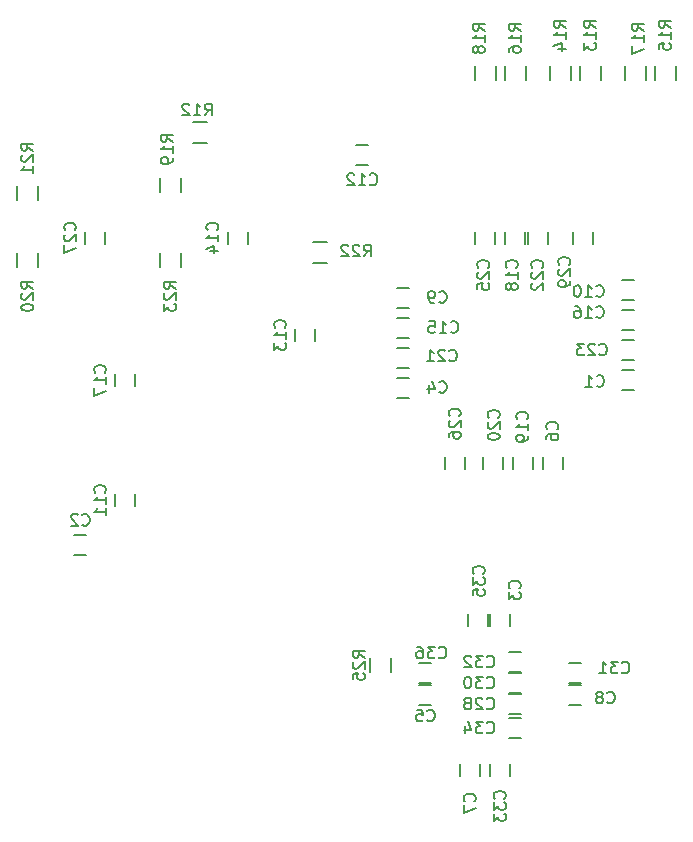
<source format=gbo>
G04 #@! TF.FileFunction,Legend,Bot*
%FSLAX46Y46*%
G04 Gerber Fmt 4.6, Leading zero omitted, Abs format (unit mm)*
G04 Created by KiCad (PCBNEW (2015-03-27 BZR 5543)-product) date Tue 31 Mar 2015 12:00:07 AM EDT*
%MOMM*%
G01*
G04 APERTURE LIST*
%ADD10C,0.100000*%
%ADD11C,0.150000*%
G04 APERTURE END LIST*
D10*
D11*
X53475000Y-38520000D02*
X54475000Y-38520000D01*
X54475000Y-40220000D02*
X53475000Y-40220000D01*
X7120000Y-52490000D02*
X8120000Y-52490000D01*
X8120000Y-54190000D02*
X7120000Y-54190000D01*
X42330000Y-60190000D02*
X42330000Y-59190000D01*
X44030000Y-59190000D02*
X44030000Y-60190000D01*
X35425000Y-40855000D02*
X34425000Y-40855000D01*
X34425000Y-39155000D02*
X35425000Y-39155000D01*
X37330000Y-66890000D02*
X36330000Y-66890000D01*
X36330000Y-65190000D02*
X37330000Y-65190000D01*
X48475000Y-45855000D02*
X48475000Y-46855000D01*
X46775000Y-46855000D02*
X46775000Y-45855000D01*
X41490000Y-71890000D02*
X41490000Y-72890000D01*
X39790000Y-72890000D02*
X39790000Y-71890000D01*
X49030000Y-65190000D02*
X50030000Y-65190000D01*
X50030000Y-66890000D02*
X49030000Y-66890000D01*
X35425000Y-33235000D02*
X34425000Y-33235000D01*
X34425000Y-31535000D02*
X35425000Y-31535000D01*
X53475000Y-30900000D02*
X54475000Y-30900000D01*
X54475000Y-32600000D02*
X53475000Y-32600000D01*
X10580000Y-50030000D02*
X10580000Y-49030000D01*
X12280000Y-49030000D02*
X12280000Y-50030000D01*
X31996000Y-21170000D02*
X30996000Y-21170000D01*
X30996000Y-19470000D02*
X31996000Y-19470000D01*
X25820000Y-36060000D02*
X25820000Y-35060000D01*
X27520000Y-35060000D02*
X27520000Y-36060000D01*
X20105000Y-27805000D02*
X20105000Y-26805000D01*
X21805000Y-26805000D02*
X21805000Y-27805000D01*
X35425000Y-35775000D02*
X34425000Y-35775000D01*
X34425000Y-34075000D02*
X35425000Y-34075000D01*
X53475000Y-33440000D02*
X54475000Y-33440000D01*
X54475000Y-35140000D02*
X53475000Y-35140000D01*
X10580000Y-39870000D02*
X10580000Y-38870000D01*
X12280000Y-38870000D02*
X12280000Y-39870000D01*
X43600000Y-27805000D02*
X43600000Y-26805000D01*
X45300000Y-26805000D02*
X45300000Y-27805000D01*
X45935000Y-45855000D02*
X45935000Y-46855000D01*
X44235000Y-46855000D02*
X44235000Y-45855000D01*
X43395000Y-45855000D02*
X43395000Y-46855000D01*
X41695000Y-46855000D02*
X41695000Y-45855000D01*
X35425000Y-38315000D02*
X34425000Y-38315000D01*
X34425000Y-36615000D02*
X35425000Y-36615000D01*
X45505000Y-27805000D02*
X45505000Y-26805000D01*
X47205000Y-26805000D02*
X47205000Y-27805000D01*
X53475000Y-35980000D02*
X54475000Y-35980000D01*
X54475000Y-37680000D02*
X53475000Y-37680000D01*
X41060000Y-27805000D02*
X41060000Y-26805000D01*
X42760000Y-26805000D02*
X42760000Y-27805000D01*
X40220000Y-45855000D02*
X40220000Y-46855000D01*
X38520000Y-46855000D02*
X38520000Y-45855000D01*
X8040000Y-27805000D02*
X8040000Y-26805000D01*
X9740000Y-26805000D02*
X9740000Y-27805000D01*
X44950000Y-67652000D02*
X43950000Y-67652000D01*
X43950000Y-65952000D02*
X44950000Y-65952000D01*
X49315000Y-27805000D02*
X49315000Y-26805000D01*
X51015000Y-26805000D02*
X51015000Y-27805000D01*
X44950000Y-65874000D02*
X43950000Y-65874000D01*
X43950000Y-64174000D02*
X44950000Y-64174000D01*
X49030000Y-63285000D02*
X50030000Y-63285000D01*
X50030000Y-64985000D02*
X49030000Y-64985000D01*
X44950000Y-64096000D02*
X43950000Y-64096000D01*
X43950000Y-62396000D02*
X44950000Y-62396000D01*
X44030000Y-71890000D02*
X44030000Y-72890000D01*
X42330000Y-72890000D02*
X42330000Y-71890000D01*
X44950000Y-69684000D02*
X43950000Y-69684000D01*
X43950000Y-67984000D02*
X44950000Y-67984000D01*
X40425000Y-60190000D02*
X40425000Y-59190000D01*
X42125000Y-59190000D02*
X42125000Y-60190000D01*
X37330000Y-64985000D02*
X36330000Y-64985000D01*
X36330000Y-63285000D02*
X37330000Y-63285000D01*
X18380000Y-17540000D02*
X17180000Y-17540000D01*
X17180000Y-19290000D02*
X18380000Y-19290000D01*
X49925000Y-12735000D02*
X49925000Y-13935000D01*
X51675000Y-13935000D02*
X51675000Y-12735000D01*
X47385000Y-12735000D02*
X47385000Y-13935000D01*
X49135000Y-13935000D02*
X49135000Y-12735000D01*
X56275000Y-12735000D02*
X56275000Y-13935000D01*
X58025000Y-13935000D02*
X58025000Y-12735000D01*
X43575000Y-12735000D02*
X43575000Y-13935000D01*
X45325000Y-13935000D02*
X45325000Y-12735000D01*
X53735000Y-12735000D02*
X53735000Y-13935000D01*
X55485000Y-13935000D02*
X55485000Y-12735000D01*
X41035000Y-12735000D02*
X41035000Y-13935000D01*
X42785000Y-13935000D02*
X42785000Y-12735000D01*
X14365000Y-22260000D02*
X14365000Y-23460000D01*
X16115000Y-23460000D02*
X16115000Y-22260000D01*
X2300000Y-28610000D02*
X2300000Y-29810000D01*
X4050000Y-29810000D02*
X4050000Y-28610000D01*
X4050000Y-24095000D02*
X4050000Y-22895000D01*
X2300000Y-22895000D02*
X2300000Y-24095000D01*
X28540000Y-27700000D02*
X27340000Y-27700000D01*
X27340000Y-29450000D02*
X28540000Y-29450000D01*
X14365000Y-28610000D02*
X14365000Y-29810000D01*
X16115000Y-29810000D02*
X16115000Y-28610000D01*
X32145000Y-62900000D02*
X32145000Y-64100000D01*
X33895000Y-64100000D02*
X33895000Y-62900000D01*
X51347666Y-39854143D02*
X51395285Y-39901762D01*
X51538142Y-39949381D01*
X51633380Y-39949381D01*
X51776238Y-39901762D01*
X51871476Y-39806524D01*
X51919095Y-39711286D01*
X51966714Y-39520810D01*
X51966714Y-39377952D01*
X51919095Y-39187476D01*
X51871476Y-39092238D01*
X51776238Y-38997000D01*
X51633380Y-38949381D01*
X51538142Y-38949381D01*
X51395285Y-38997000D01*
X51347666Y-39044619D01*
X50395285Y-39949381D02*
X50966714Y-39949381D01*
X50681000Y-39949381D02*
X50681000Y-38949381D01*
X50776238Y-39092238D01*
X50871476Y-39187476D01*
X50966714Y-39235095D01*
X7786666Y-51597143D02*
X7834285Y-51644762D01*
X7977142Y-51692381D01*
X8072380Y-51692381D01*
X8215238Y-51644762D01*
X8310476Y-51549524D01*
X8358095Y-51454286D01*
X8405714Y-51263810D01*
X8405714Y-51120952D01*
X8358095Y-50930476D01*
X8310476Y-50835238D01*
X8215238Y-50740000D01*
X8072380Y-50692381D01*
X7977142Y-50692381D01*
X7834285Y-50740000D01*
X7786666Y-50787619D01*
X7405714Y-50787619D02*
X7358095Y-50740000D01*
X7262857Y-50692381D01*
X7024761Y-50692381D01*
X6929523Y-50740000D01*
X6881904Y-50787619D01*
X6834285Y-50882857D01*
X6834285Y-50978095D01*
X6881904Y-51120952D01*
X7453333Y-51692381D01*
X6834285Y-51692381D01*
X44807143Y-56983334D02*
X44854762Y-56935715D01*
X44902381Y-56792858D01*
X44902381Y-56697620D01*
X44854762Y-56554762D01*
X44759524Y-56459524D01*
X44664286Y-56411905D01*
X44473810Y-56364286D01*
X44330952Y-56364286D01*
X44140476Y-56411905D01*
X44045238Y-56459524D01*
X43950000Y-56554762D01*
X43902381Y-56697620D01*
X43902381Y-56792858D01*
X43950000Y-56935715D01*
X43997619Y-56983334D01*
X43902381Y-57316667D02*
X43902381Y-57935715D01*
X44283333Y-57602381D01*
X44283333Y-57745239D01*
X44330952Y-57840477D01*
X44378571Y-57888096D01*
X44473810Y-57935715D01*
X44711905Y-57935715D01*
X44807143Y-57888096D01*
X44854762Y-57840477D01*
X44902381Y-57745239D01*
X44902381Y-57459524D01*
X44854762Y-57364286D01*
X44807143Y-57316667D01*
X38012666Y-40362143D02*
X38060285Y-40409762D01*
X38203142Y-40457381D01*
X38298380Y-40457381D01*
X38441238Y-40409762D01*
X38536476Y-40314524D01*
X38584095Y-40219286D01*
X38631714Y-40028810D01*
X38631714Y-39885952D01*
X38584095Y-39695476D01*
X38536476Y-39600238D01*
X38441238Y-39505000D01*
X38298380Y-39457381D01*
X38203142Y-39457381D01*
X38060285Y-39505000D01*
X38012666Y-39552619D01*
X37155523Y-39790714D02*
X37155523Y-40457381D01*
X37393619Y-39409762D02*
X37631714Y-40124048D01*
X37012666Y-40124048D01*
X36996666Y-68175143D02*
X37044285Y-68222762D01*
X37187142Y-68270381D01*
X37282380Y-68270381D01*
X37425238Y-68222762D01*
X37520476Y-68127524D01*
X37568095Y-68032286D01*
X37615714Y-67841810D01*
X37615714Y-67698952D01*
X37568095Y-67508476D01*
X37520476Y-67413238D01*
X37425238Y-67318000D01*
X37282380Y-67270381D01*
X37187142Y-67270381D01*
X37044285Y-67318000D01*
X36996666Y-67365619D01*
X36091904Y-67270381D02*
X36568095Y-67270381D01*
X36615714Y-67746571D01*
X36568095Y-67698952D01*
X36472857Y-67651333D01*
X36234761Y-67651333D01*
X36139523Y-67698952D01*
X36091904Y-67746571D01*
X36044285Y-67841810D01*
X36044285Y-68079905D01*
X36091904Y-68175143D01*
X36139523Y-68222762D01*
X36234761Y-68270381D01*
X36472857Y-68270381D01*
X36568095Y-68222762D01*
X36615714Y-68175143D01*
X47982143Y-43521334D02*
X48029762Y-43473715D01*
X48077381Y-43330858D01*
X48077381Y-43235620D01*
X48029762Y-43092762D01*
X47934524Y-42997524D01*
X47839286Y-42949905D01*
X47648810Y-42902286D01*
X47505952Y-42902286D01*
X47315476Y-42949905D01*
X47220238Y-42997524D01*
X47125000Y-43092762D01*
X47077381Y-43235620D01*
X47077381Y-43330858D01*
X47125000Y-43473715D01*
X47172619Y-43521334D01*
X47077381Y-44378477D02*
X47077381Y-44188000D01*
X47125000Y-44092762D01*
X47172619Y-44045143D01*
X47315476Y-43949905D01*
X47505952Y-43902286D01*
X47886905Y-43902286D01*
X47982143Y-43949905D01*
X48029762Y-43997524D01*
X48077381Y-44092762D01*
X48077381Y-44283239D01*
X48029762Y-44378477D01*
X47982143Y-44426096D01*
X47886905Y-44473715D01*
X47648810Y-44473715D01*
X47553571Y-44426096D01*
X47505952Y-44378477D01*
X47458333Y-44283239D01*
X47458333Y-44092762D01*
X47505952Y-43997524D01*
X47553571Y-43949905D01*
X47648810Y-43902286D01*
X40997143Y-75017334D02*
X41044762Y-74969715D01*
X41092381Y-74826858D01*
X41092381Y-74731620D01*
X41044762Y-74588762D01*
X40949524Y-74493524D01*
X40854286Y-74445905D01*
X40663810Y-74398286D01*
X40520952Y-74398286D01*
X40330476Y-74445905D01*
X40235238Y-74493524D01*
X40140000Y-74588762D01*
X40092381Y-74731620D01*
X40092381Y-74826858D01*
X40140000Y-74969715D01*
X40187619Y-75017334D01*
X40092381Y-75350667D02*
X40092381Y-76017334D01*
X41092381Y-75588762D01*
X52236666Y-66651143D02*
X52284285Y-66698762D01*
X52427142Y-66746381D01*
X52522380Y-66746381D01*
X52665238Y-66698762D01*
X52760476Y-66603524D01*
X52808095Y-66508286D01*
X52855714Y-66317810D01*
X52855714Y-66174952D01*
X52808095Y-65984476D01*
X52760476Y-65889238D01*
X52665238Y-65794000D01*
X52522380Y-65746381D01*
X52427142Y-65746381D01*
X52284285Y-65794000D01*
X52236666Y-65841619D01*
X51665238Y-66174952D02*
X51760476Y-66127333D01*
X51808095Y-66079714D01*
X51855714Y-65984476D01*
X51855714Y-65936857D01*
X51808095Y-65841619D01*
X51760476Y-65794000D01*
X51665238Y-65746381D01*
X51474761Y-65746381D01*
X51379523Y-65794000D01*
X51331904Y-65841619D01*
X51284285Y-65936857D01*
X51284285Y-65984476D01*
X51331904Y-66079714D01*
X51379523Y-66127333D01*
X51474761Y-66174952D01*
X51665238Y-66174952D01*
X51760476Y-66222571D01*
X51808095Y-66270190D01*
X51855714Y-66365429D01*
X51855714Y-66555905D01*
X51808095Y-66651143D01*
X51760476Y-66698762D01*
X51665238Y-66746381D01*
X51474761Y-66746381D01*
X51379523Y-66698762D01*
X51331904Y-66651143D01*
X51284285Y-66555905D01*
X51284285Y-66365429D01*
X51331904Y-66270190D01*
X51379523Y-66222571D01*
X51474761Y-66174952D01*
X38012666Y-32742143D02*
X38060285Y-32789762D01*
X38203142Y-32837381D01*
X38298380Y-32837381D01*
X38441238Y-32789762D01*
X38536476Y-32694524D01*
X38584095Y-32599286D01*
X38631714Y-32408810D01*
X38631714Y-32265952D01*
X38584095Y-32075476D01*
X38536476Y-31980238D01*
X38441238Y-31885000D01*
X38298380Y-31837381D01*
X38203142Y-31837381D01*
X38060285Y-31885000D01*
X38012666Y-31932619D01*
X37536476Y-32837381D02*
X37346000Y-32837381D01*
X37250761Y-32789762D01*
X37203142Y-32742143D01*
X37107904Y-32599286D01*
X37060285Y-32408810D01*
X37060285Y-32027857D01*
X37107904Y-31932619D01*
X37155523Y-31885000D01*
X37250761Y-31837381D01*
X37441238Y-31837381D01*
X37536476Y-31885000D01*
X37584095Y-31932619D01*
X37631714Y-32027857D01*
X37631714Y-32265952D01*
X37584095Y-32361190D01*
X37536476Y-32408810D01*
X37441238Y-32456429D01*
X37250761Y-32456429D01*
X37155523Y-32408810D01*
X37107904Y-32361190D01*
X37060285Y-32265952D01*
X51315857Y-32234143D02*
X51363476Y-32281762D01*
X51506333Y-32329381D01*
X51601571Y-32329381D01*
X51744429Y-32281762D01*
X51839667Y-32186524D01*
X51887286Y-32091286D01*
X51934905Y-31900810D01*
X51934905Y-31757952D01*
X51887286Y-31567476D01*
X51839667Y-31472238D01*
X51744429Y-31377000D01*
X51601571Y-31329381D01*
X51506333Y-31329381D01*
X51363476Y-31377000D01*
X51315857Y-31424619D01*
X50363476Y-32329381D02*
X50934905Y-32329381D01*
X50649191Y-32329381D02*
X50649191Y-31329381D01*
X50744429Y-31472238D01*
X50839667Y-31567476D01*
X50934905Y-31615095D01*
X49744429Y-31329381D02*
X49649190Y-31329381D01*
X49553952Y-31377000D01*
X49506333Y-31424619D01*
X49458714Y-31519857D01*
X49411095Y-31710333D01*
X49411095Y-31948429D01*
X49458714Y-32138905D01*
X49506333Y-32234143D01*
X49553952Y-32281762D01*
X49649190Y-32329381D01*
X49744429Y-32329381D01*
X49839667Y-32281762D01*
X49887286Y-32234143D01*
X49934905Y-32138905D01*
X49982524Y-31948429D01*
X49982524Y-31710333D01*
X49934905Y-31519857D01*
X49887286Y-31424619D01*
X49839667Y-31377000D01*
X49744429Y-31329381D01*
X9687143Y-48887143D02*
X9734762Y-48839524D01*
X9782381Y-48696667D01*
X9782381Y-48601429D01*
X9734762Y-48458571D01*
X9639524Y-48363333D01*
X9544286Y-48315714D01*
X9353810Y-48268095D01*
X9210952Y-48268095D01*
X9020476Y-48315714D01*
X8925238Y-48363333D01*
X8830000Y-48458571D01*
X8782381Y-48601429D01*
X8782381Y-48696667D01*
X8830000Y-48839524D01*
X8877619Y-48887143D01*
X9782381Y-49839524D02*
X9782381Y-49268095D01*
X9782381Y-49553809D02*
X8782381Y-49553809D01*
X8925238Y-49458571D01*
X9020476Y-49363333D01*
X9068095Y-49268095D01*
X9782381Y-50791905D02*
X9782381Y-50220476D01*
X9782381Y-50506190D02*
X8782381Y-50506190D01*
X8925238Y-50410952D01*
X9020476Y-50315714D01*
X9068095Y-50220476D01*
X32138857Y-22777143D02*
X32186476Y-22824762D01*
X32329333Y-22872381D01*
X32424571Y-22872381D01*
X32567429Y-22824762D01*
X32662667Y-22729524D01*
X32710286Y-22634286D01*
X32757905Y-22443810D01*
X32757905Y-22300952D01*
X32710286Y-22110476D01*
X32662667Y-22015238D01*
X32567429Y-21920000D01*
X32424571Y-21872381D01*
X32329333Y-21872381D01*
X32186476Y-21920000D01*
X32138857Y-21967619D01*
X31186476Y-22872381D02*
X31757905Y-22872381D01*
X31472191Y-22872381D02*
X31472191Y-21872381D01*
X31567429Y-22015238D01*
X31662667Y-22110476D01*
X31757905Y-22158095D01*
X30805524Y-21967619D02*
X30757905Y-21920000D01*
X30662667Y-21872381D01*
X30424571Y-21872381D01*
X30329333Y-21920000D01*
X30281714Y-21967619D01*
X30234095Y-22062857D01*
X30234095Y-22158095D01*
X30281714Y-22300952D01*
X30853143Y-22872381D01*
X30234095Y-22872381D01*
X24927143Y-34917143D02*
X24974762Y-34869524D01*
X25022381Y-34726667D01*
X25022381Y-34631429D01*
X24974762Y-34488571D01*
X24879524Y-34393333D01*
X24784286Y-34345714D01*
X24593810Y-34298095D01*
X24450952Y-34298095D01*
X24260476Y-34345714D01*
X24165238Y-34393333D01*
X24070000Y-34488571D01*
X24022381Y-34631429D01*
X24022381Y-34726667D01*
X24070000Y-34869524D01*
X24117619Y-34917143D01*
X25022381Y-35869524D02*
X25022381Y-35298095D01*
X25022381Y-35583809D02*
X24022381Y-35583809D01*
X24165238Y-35488571D01*
X24260476Y-35393333D01*
X24308095Y-35298095D01*
X24022381Y-36202857D02*
X24022381Y-36821905D01*
X24403333Y-36488571D01*
X24403333Y-36631429D01*
X24450952Y-36726667D01*
X24498571Y-36774286D01*
X24593810Y-36821905D01*
X24831905Y-36821905D01*
X24927143Y-36774286D01*
X24974762Y-36726667D01*
X25022381Y-36631429D01*
X25022381Y-36345714D01*
X24974762Y-36250476D01*
X24927143Y-36202857D01*
X19212143Y-26662143D02*
X19259762Y-26614524D01*
X19307381Y-26471667D01*
X19307381Y-26376429D01*
X19259762Y-26233571D01*
X19164524Y-26138333D01*
X19069286Y-26090714D01*
X18878810Y-26043095D01*
X18735952Y-26043095D01*
X18545476Y-26090714D01*
X18450238Y-26138333D01*
X18355000Y-26233571D01*
X18307381Y-26376429D01*
X18307381Y-26471667D01*
X18355000Y-26614524D01*
X18402619Y-26662143D01*
X19307381Y-27614524D02*
X19307381Y-27043095D01*
X19307381Y-27328809D02*
X18307381Y-27328809D01*
X18450238Y-27233571D01*
X18545476Y-27138333D01*
X18593095Y-27043095D01*
X18640714Y-28471667D02*
X19307381Y-28471667D01*
X18259762Y-28233571D02*
X18974048Y-27995476D01*
X18974048Y-28614524D01*
X38996857Y-35282143D02*
X39044476Y-35329762D01*
X39187333Y-35377381D01*
X39282571Y-35377381D01*
X39425429Y-35329762D01*
X39520667Y-35234524D01*
X39568286Y-35139286D01*
X39615905Y-34948810D01*
X39615905Y-34805952D01*
X39568286Y-34615476D01*
X39520667Y-34520238D01*
X39425429Y-34425000D01*
X39282571Y-34377381D01*
X39187333Y-34377381D01*
X39044476Y-34425000D01*
X38996857Y-34472619D01*
X38044476Y-35377381D02*
X38615905Y-35377381D01*
X38330191Y-35377381D02*
X38330191Y-34377381D01*
X38425429Y-34520238D01*
X38520667Y-34615476D01*
X38615905Y-34663095D01*
X37139714Y-34377381D02*
X37615905Y-34377381D01*
X37663524Y-34853571D01*
X37615905Y-34805952D01*
X37520667Y-34758333D01*
X37282571Y-34758333D01*
X37187333Y-34805952D01*
X37139714Y-34853571D01*
X37092095Y-34948810D01*
X37092095Y-35186905D01*
X37139714Y-35282143D01*
X37187333Y-35329762D01*
X37282571Y-35377381D01*
X37520667Y-35377381D01*
X37615905Y-35329762D01*
X37663524Y-35282143D01*
X51315857Y-34012143D02*
X51363476Y-34059762D01*
X51506333Y-34107381D01*
X51601571Y-34107381D01*
X51744429Y-34059762D01*
X51839667Y-33964524D01*
X51887286Y-33869286D01*
X51934905Y-33678810D01*
X51934905Y-33535952D01*
X51887286Y-33345476D01*
X51839667Y-33250238D01*
X51744429Y-33155000D01*
X51601571Y-33107381D01*
X51506333Y-33107381D01*
X51363476Y-33155000D01*
X51315857Y-33202619D01*
X50363476Y-34107381D02*
X50934905Y-34107381D01*
X50649191Y-34107381D02*
X50649191Y-33107381D01*
X50744429Y-33250238D01*
X50839667Y-33345476D01*
X50934905Y-33393095D01*
X49506333Y-33107381D02*
X49696810Y-33107381D01*
X49792048Y-33155000D01*
X49839667Y-33202619D01*
X49934905Y-33345476D01*
X49982524Y-33535952D01*
X49982524Y-33916905D01*
X49934905Y-34012143D01*
X49887286Y-34059762D01*
X49792048Y-34107381D01*
X49601571Y-34107381D01*
X49506333Y-34059762D01*
X49458714Y-34012143D01*
X49411095Y-33916905D01*
X49411095Y-33678810D01*
X49458714Y-33583571D01*
X49506333Y-33535952D01*
X49601571Y-33488333D01*
X49792048Y-33488333D01*
X49887286Y-33535952D01*
X49934905Y-33583571D01*
X49982524Y-33678810D01*
X9687143Y-38727143D02*
X9734762Y-38679524D01*
X9782381Y-38536667D01*
X9782381Y-38441429D01*
X9734762Y-38298571D01*
X9639524Y-38203333D01*
X9544286Y-38155714D01*
X9353810Y-38108095D01*
X9210952Y-38108095D01*
X9020476Y-38155714D01*
X8925238Y-38203333D01*
X8830000Y-38298571D01*
X8782381Y-38441429D01*
X8782381Y-38536667D01*
X8830000Y-38679524D01*
X8877619Y-38727143D01*
X9782381Y-39679524D02*
X9782381Y-39108095D01*
X9782381Y-39393809D02*
X8782381Y-39393809D01*
X8925238Y-39298571D01*
X9020476Y-39203333D01*
X9068095Y-39108095D01*
X8782381Y-40012857D02*
X8782381Y-40679524D01*
X9782381Y-40250952D01*
X44553143Y-29837143D02*
X44600762Y-29789524D01*
X44648381Y-29646667D01*
X44648381Y-29551429D01*
X44600762Y-29408571D01*
X44505524Y-29313333D01*
X44410286Y-29265714D01*
X44219810Y-29218095D01*
X44076952Y-29218095D01*
X43886476Y-29265714D01*
X43791238Y-29313333D01*
X43696000Y-29408571D01*
X43648381Y-29551429D01*
X43648381Y-29646667D01*
X43696000Y-29789524D01*
X43743619Y-29837143D01*
X44648381Y-30789524D02*
X44648381Y-30218095D01*
X44648381Y-30503809D02*
X43648381Y-30503809D01*
X43791238Y-30408571D01*
X43886476Y-30313333D01*
X43934095Y-30218095D01*
X44076952Y-31360952D02*
X44029333Y-31265714D01*
X43981714Y-31218095D01*
X43886476Y-31170476D01*
X43838857Y-31170476D01*
X43743619Y-31218095D01*
X43696000Y-31265714D01*
X43648381Y-31360952D01*
X43648381Y-31551429D01*
X43696000Y-31646667D01*
X43743619Y-31694286D01*
X43838857Y-31741905D01*
X43886476Y-31741905D01*
X43981714Y-31694286D01*
X44029333Y-31646667D01*
X44076952Y-31551429D01*
X44076952Y-31360952D01*
X44124571Y-31265714D01*
X44172190Y-31218095D01*
X44267429Y-31170476D01*
X44457905Y-31170476D01*
X44553143Y-31218095D01*
X44600762Y-31265714D01*
X44648381Y-31360952D01*
X44648381Y-31551429D01*
X44600762Y-31646667D01*
X44553143Y-31694286D01*
X44457905Y-31741905D01*
X44267429Y-31741905D01*
X44172190Y-31694286D01*
X44124571Y-31646667D01*
X44076952Y-31551429D01*
X45442143Y-42664143D02*
X45489762Y-42616524D01*
X45537381Y-42473667D01*
X45537381Y-42378429D01*
X45489762Y-42235571D01*
X45394524Y-42140333D01*
X45299286Y-42092714D01*
X45108810Y-42045095D01*
X44965952Y-42045095D01*
X44775476Y-42092714D01*
X44680238Y-42140333D01*
X44585000Y-42235571D01*
X44537381Y-42378429D01*
X44537381Y-42473667D01*
X44585000Y-42616524D01*
X44632619Y-42664143D01*
X45537381Y-43616524D02*
X45537381Y-43045095D01*
X45537381Y-43330809D02*
X44537381Y-43330809D01*
X44680238Y-43235571D01*
X44775476Y-43140333D01*
X44823095Y-43045095D01*
X45537381Y-44092714D02*
X45537381Y-44283190D01*
X45489762Y-44378429D01*
X45442143Y-44426048D01*
X45299286Y-44521286D01*
X45108810Y-44568905D01*
X44727857Y-44568905D01*
X44632619Y-44521286D01*
X44585000Y-44473667D01*
X44537381Y-44378429D01*
X44537381Y-44187952D01*
X44585000Y-44092714D01*
X44632619Y-44045095D01*
X44727857Y-43997476D01*
X44965952Y-43997476D01*
X45061190Y-44045095D01*
X45108810Y-44092714D01*
X45156429Y-44187952D01*
X45156429Y-44378429D01*
X45108810Y-44473667D01*
X45061190Y-44521286D01*
X44965952Y-44568905D01*
X43029143Y-42537143D02*
X43076762Y-42489524D01*
X43124381Y-42346667D01*
X43124381Y-42251429D01*
X43076762Y-42108571D01*
X42981524Y-42013333D01*
X42886286Y-41965714D01*
X42695810Y-41918095D01*
X42552952Y-41918095D01*
X42362476Y-41965714D01*
X42267238Y-42013333D01*
X42172000Y-42108571D01*
X42124381Y-42251429D01*
X42124381Y-42346667D01*
X42172000Y-42489524D01*
X42219619Y-42537143D01*
X42219619Y-42918095D02*
X42172000Y-42965714D01*
X42124381Y-43060952D01*
X42124381Y-43299048D01*
X42172000Y-43394286D01*
X42219619Y-43441905D01*
X42314857Y-43489524D01*
X42410095Y-43489524D01*
X42552952Y-43441905D01*
X43124381Y-42870476D01*
X43124381Y-43489524D01*
X42124381Y-44108571D02*
X42124381Y-44203810D01*
X42172000Y-44299048D01*
X42219619Y-44346667D01*
X42314857Y-44394286D01*
X42505333Y-44441905D01*
X42743429Y-44441905D01*
X42933905Y-44394286D01*
X43029143Y-44346667D01*
X43076762Y-44299048D01*
X43124381Y-44203810D01*
X43124381Y-44108571D01*
X43076762Y-44013333D01*
X43029143Y-43965714D01*
X42933905Y-43918095D01*
X42743429Y-43870476D01*
X42505333Y-43870476D01*
X42314857Y-43918095D01*
X42219619Y-43965714D01*
X42172000Y-44013333D01*
X42124381Y-44108571D01*
X38869857Y-37695143D02*
X38917476Y-37742762D01*
X39060333Y-37790381D01*
X39155571Y-37790381D01*
X39298429Y-37742762D01*
X39393667Y-37647524D01*
X39441286Y-37552286D01*
X39488905Y-37361810D01*
X39488905Y-37218952D01*
X39441286Y-37028476D01*
X39393667Y-36933238D01*
X39298429Y-36838000D01*
X39155571Y-36790381D01*
X39060333Y-36790381D01*
X38917476Y-36838000D01*
X38869857Y-36885619D01*
X38488905Y-36885619D02*
X38441286Y-36838000D01*
X38346048Y-36790381D01*
X38107952Y-36790381D01*
X38012714Y-36838000D01*
X37965095Y-36885619D01*
X37917476Y-36980857D01*
X37917476Y-37076095D01*
X37965095Y-37218952D01*
X38536524Y-37790381D01*
X37917476Y-37790381D01*
X36965095Y-37790381D02*
X37536524Y-37790381D01*
X37250810Y-37790381D02*
X37250810Y-36790381D01*
X37346048Y-36933238D01*
X37441286Y-37028476D01*
X37536524Y-37076095D01*
X46712143Y-29837143D02*
X46759762Y-29789524D01*
X46807381Y-29646667D01*
X46807381Y-29551429D01*
X46759762Y-29408571D01*
X46664524Y-29313333D01*
X46569286Y-29265714D01*
X46378810Y-29218095D01*
X46235952Y-29218095D01*
X46045476Y-29265714D01*
X45950238Y-29313333D01*
X45855000Y-29408571D01*
X45807381Y-29551429D01*
X45807381Y-29646667D01*
X45855000Y-29789524D01*
X45902619Y-29837143D01*
X45902619Y-30218095D02*
X45855000Y-30265714D01*
X45807381Y-30360952D01*
X45807381Y-30599048D01*
X45855000Y-30694286D01*
X45902619Y-30741905D01*
X45997857Y-30789524D01*
X46093095Y-30789524D01*
X46235952Y-30741905D01*
X46807381Y-30170476D01*
X46807381Y-30789524D01*
X45902619Y-31170476D02*
X45855000Y-31218095D01*
X45807381Y-31313333D01*
X45807381Y-31551429D01*
X45855000Y-31646667D01*
X45902619Y-31694286D01*
X45997857Y-31741905D01*
X46093095Y-31741905D01*
X46235952Y-31694286D01*
X46807381Y-31122857D01*
X46807381Y-31741905D01*
X51569857Y-37187143D02*
X51617476Y-37234762D01*
X51760333Y-37282381D01*
X51855571Y-37282381D01*
X51998429Y-37234762D01*
X52093667Y-37139524D01*
X52141286Y-37044286D01*
X52188905Y-36853810D01*
X52188905Y-36710952D01*
X52141286Y-36520476D01*
X52093667Y-36425238D01*
X51998429Y-36330000D01*
X51855571Y-36282381D01*
X51760333Y-36282381D01*
X51617476Y-36330000D01*
X51569857Y-36377619D01*
X51188905Y-36377619D02*
X51141286Y-36330000D01*
X51046048Y-36282381D01*
X50807952Y-36282381D01*
X50712714Y-36330000D01*
X50665095Y-36377619D01*
X50617476Y-36472857D01*
X50617476Y-36568095D01*
X50665095Y-36710952D01*
X51236524Y-37282381D01*
X50617476Y-37282381D01*
X50284143Y-36282381D02*
X49665095Y-36282381D01*
X49998429Y-36663333D01*
X49855571Y-36663333D01*
X49760333Y-36710952D01*
X49712714Y-36758571D01*
X49665095Y-36853810D01*
X49665095Y-37091905D01*
X49712714Y-37187143D01*
X49760333Y-37234762D01*
X49855571Y-37282381D01*
X50141286Y-37282381D01*
X50236524Y-37234762D01*
X50284143Y-37187143D01*
X42140143Y-29837143D02*
X42187762Y-29789524D01*
X42235381Y-29646667D01*
X42235381Y-29551429D01*
X42187762Y-29408571D01*
X42092524Y-29313333D01*
X41997286Y-29265714D01*
X41806810Y-29218095D01*
X41663952Y-29218095D01*
X41473476Y-29265714D01*
X41378238Y-29313333D01*
X41283000Y-29408571D01*
X41235381Y-29551429D01*
X41235381Y-29646667D01*
X41283000Y-29789524D01*
X41330619Y-29837143D01*
X41330619Y-30218095D02*
X41283000Y-30265714D01*
X41235381Y-30360952D01*
X41235381Y-30599048D01*
X41283000Y-30694286D01*
X41330619Y-30741905D01*
X41425857Y-30789524D01*
X41521095Y-30789524D01*
X41663952Y-30741905D01*
X42235381Y-30170476D01*
X42235381Y-30789524D01*
X41235381Y-31694286D02*
X41235381Y-31218095D01*
X41711571Y-31170476D01*
X41663952Y-31218095D01*
X41616333Y-31313333D01*
X41616333Y-31551429D01*
X41663952Y-31646667D01*
X41711571Y-31694286D01*
X41806810Y-31741905D01*
X42044905Y-31741905D01*
X42140143Y-31694286D01*
X42187762Y-31646667D01*
X42235381Y-31551429D01*
X42235381Y-31313333D01*
X42187762Y-31218095D01*
X42140143Y-31170476D01*
X39727143Y-42410143D02*
X39774762Y-42362524D01*
X39822381Y-42219667D01*
X39822381Y-42124429D01*
X39774762Y-41981571D01*
X39679524Y-41886333D01*
X39584286Y-41838714D01*
X39393810Y-41791095D01*
X39250952Y-41791095D01*
X39060476Y-41838714D01*
X38965238Y-41886333D01*
X38870000Y-41981571D01*
X38822381Y-42124429D01*
X38822381Y-42219667D01*
X38870000Y-42362524D01*
X38917619Y-42410143D01*
X38917619Y-42791095D02*
X38870000Y-42838714D01*
X38822381Y-42933952D01*
X38822381Y-43172048D01*
X38870000Y-43267286D01*
X38917619Y-43314905D01*
X39012857Y-43362524D01*
X39108095Y-43362524D01*
X39250952Y-43314905D01*
X39822381Y-42743476D01*
X39822381Y-43362524D01*
X38822381Y-44219667D02*
X38822381Y-44029190D01*
X38870000Y-43933952D01*
X38917619Y-43886333D01*
X39060476Y-43791095D01*
X39250952Y-43743476D01*
X39631905Y-43743476D01*
X39727143Y-43791095D01*
X39774762Y-43838714D01*
X39822381Y-43933952D01*
X39822381Y-44124429D01*
X39774762Y-44219667D01*
X39727143Y-44267286D01*
X39631905Y-44314905D01*
X39393810Y-44314905D01*
X39298571Y-44267286D01*
X39250952Y-44219667D01*
X39203333Y-44124429D01*
X39203333Y-43933952D01*
X39250952Y-43838714D01*
X39298571Y-43791095D01*
X39393810Y-43743476D01*
X7147143Y-26662143D02*
X7194762Y-26614524D01*
X7242381Y-26471667D01*
X7242381Y-26376429D01*
X7194762Y-26233571D01*
X7099524Y-26138333D01*
X7004286Y-26090714D01*
X6813810Y-26043095D01*
X6670952Y-26043095D01*
X6480476Y-26090714D01*
X6385238Y-26138333D01*
X6290000Y-26233571D01*
X6242381Y-26376429D01*
X6242381Y-26471667D01*
X6290000Y-26614524D01*
X6337619Y-26662143D01*
X6337619Y-27043095D02*
X6290000Y-27090714D01*
X6242381Y-27185952D01*
X6242381Y-27424048D01*
X6290000Y-27519286D01*
X6337619Y-27566905D01*
X6432857Y-27614524D01*
X6528095Y-27614524D01*
X6670952Y-27566905D01*
X7242381Y-26995476D01*
X7242381Y-27614524D01*
X6242381Y-27947857D02*
X6242381Y-28614524D01*
X7242381Y-28185952D01*
X42044857Y-67159143D02*
X42092476Y-67206762D01*
X42235333Y-67254381D01*
X42330571Y-67254381D01*
X42473429Y-67206762D01*
X42568667Y-67111524D01*
X42616286Y-67016286D01*
X42663905Y-66825810D01*
X42663905Y-66682952D01*
X42616286Y-66492476D01*
X42568667Y-66397238D01*
X42473429Y-66302000D01*
X42330571Y-66254381D01*
X42235333Y-66254381D01*
X42092476Y-66302000D01*
X42044857Y-66349619D01*
X41663905Y-66349619D02*
X41616286Y-66302000D01*
X41521048Y-66254381D01*
X41282952Y-66254381D01*
X41187714Y-66302000D01*
X41140095Y-66349619D01*
X41092476Y-66444857D01*
X41092476Y-66540095D01*
X41140095Y-66682952D01*
X41711524Y-67254381D01*
X41092476Y-67254381D01*
X40521048Y-66682952D02*
X40616286Y-66635333D01*
X40663905Y-66587714D01*
X40711524Y-66492476D01*
X40711524Y-66444857D01*
X40663905Y-66349619D01*
X40616286Y-66302000D01*
X40521048Y-66254381D01*
X40330571Y-66254381D01*
X40235333Y-66302000D01*
X40187714Y-66349619D01*
X40140095Y-66444857D01*
X40140095Y-66492476D01*
X40187714Y-66587714D01*
X40235333Y-66635333D01*
X40330571Y-66682952D01*
X40521048Y-66682952D01*
X40616286Y-66730571D01*
X40663905Y-66778190D01*
X40711524Y-66873429D01*
X40711524Y-67063905D01*
X40663905Y-67159143D01*
X40616286Y-67206762D01*
X40521048Y-67254381D01*
X40330571Y-67254381D01*
X40235333Y-67206762D01*
X40187714Y-67159143D01*
X40140095Y-67063905D01*
X40140095Y-66873429D01*
X40187714Y-66778190D01*
X40235333Y-66730571D01*
X40330571Y-66682952D01*
X48998143Y-29583143D02*
X49045762Y-29535524D01*
X49093381Y-29392667D01*
X49093381Y-29297429D01*
X49045762Y-29154571D01*
X48950524Y-29059333D01*
X48855286Y-29011714D01*
X48664810Y-28964095D01*
X48521952Y-28964095D01*
X48331476Y-29011714D01*
X48236238Y-29059333D01*
X48141000Y-29154571D01*
X48093381Y-29297429D01*
X48093381Y-29392667D01*
X48141000Y-29535524D01*
X48188619Y-29583143D01*
X48188619Y-29964095D02*
X48141000Y-30011714D01*
X48093381Y-30106952D01*
X48093381Y-30345048D01*
X48141000Y-30440286D01*
X48188619Y-30487905D01*
X48283857Y-30535524D01*
X48379095Y-30535524D01*
X48521952Y-30487905D01*
X49093381Y-29916476D01*
X49093381Y-30535524D01*
X49093381Y-31011714D02*
X49093381Y-31202190D01*
X49045762Y-31297429D01*
X48998143Y-31345048D01*
X48855286Y-31440286D01*
X48664810Y-31487905D01*
X48283857Y-31487905D01*
X48188619Y-31440286D01*
X48141000Y-31392667D01*
X48093381Y-31297429D01*
X48093381Y-31106952D01*
X48141000Y-31011714D01*
X48188619Y-30964095D01*
X48283857Y-30916476D01*
X48521952Y-30916476D01*
X48617190Y-30964095D01*
X48664810Y-31011714D01*
X48712429Y-31106952D01*
X48712429Y-31297429D01*
X48664810Y-31392667D01*
X48617190Y-31440286D01*
X48521952Y-31487905D01*
X42044857Y-65381143D02*
X42092476Y-65428762D01*
X42235333Y-65476381D01*
X42330571Y-65476381D01*
X42473429Y-65428762D01*
X42568667Y-65333524D01*
X42616286Y-65238286D01*
X42663905Y-65047810D01*
X42663905Y-64904952D01*
X42616286Y-64714476D01*
X42568667Y-64619238D01*
X42473429Y-64524000D01*
X42330571Y-64476381D01*
X42235333Y-64476381D01*
X42092476Y-64524000D01*
X42044857Y-64571619D01*
X41711524Y-64476381D02*
X41092476Y-64476381D01*
X41425810Y-64857333D01*
X41282952Y-64857333D01*
X41187714Y-64904952D01*
X41140095Y-64952571D01*
X41092476Y-65047810D01*
X41092476Y-65285905D01*
X41140095Y-65381143D01*
X41187714Y-65428762D01*
X41282952Y-65476381D01*
X41568667Y-65476381D01*
X41663905Y-65428762D01*
X41711524Y-65381143D01*
X40473429Y-64476381D02*
X40378190Y-64476381D01*
X40282952Y-64524000D01*
X40235333Y-64571619D01*
X40187714Y-64666857D01*
X40140095Y-64857333D01*
X40140095Y-65095429D01*
X40187714Y-65285905D01*
X40235333Y-65381143D01*
X40282952Y-65428762D01*
X40378190Y-65476381D01*
X40473429Y-65476381D01*
X40568667Y-65428762D01*
X40616286Y-65381143D01*
X40663905Y-65285905D01*
X40711524Y-65095429D01*
X40711524Y-64857333D01*
X40663905Y-64666857D01*
X40616286Y-64571619D01*
X40568667Y-64524000D01*
X40473429Y-64476381D01*
X53474857Y-64111143D02*
X53522476Y-64158762D01*
X53665333Y-64206381D01*
X53760571Y-64206381D01*
X53903429Y-64158762D01*
X53998667Y-64063524D01*
X54046286Y-63968286D01*
X54093905Y-63777810D01*
X54093905Y-63634952D01*
X54046286Y-63444476D01*
X53998667Y-63349238D01*
X53903429Y-63254000D01*
X53760571Y-63206381D01*
X53665333Y-63206381D01*
X53522476Y-63254000D01*
X53474857Y-63301619D01*
X53141524Y-63206381D02*
X52522476Y-63206381D01*
X52855810Y-63587333D01*
X52712952Y-63587333D01*
X52617714Y-63634952D01*
X52570095Y-63682571D01*
X52522476Y-63777810D01*
X52522476Y-64015905D01*
X52570095Y-64111143D01*
X52617714Y-64158762D01*
X52712952Y-64206381D01*
X52998667Y-64206381D01*
X53093905Y-64158762D01*
X53141524Y-64111143D01*
X51570095Y-64206381D02*
X52141524Y-64206381D01*
X51855810Y-64206381D02*
X51855810Y-63206381D01*
X51951048Y-63349238D01*
X52046286Y-63444476D01*
X52141524Y-63492095D01*
X42044857Y-63603143D02*
X42092476Y-63650762D01*
X42235333Y-63698381D01*
X42330571Y-63698381D01*
X42473429Y-63650762D01*
X42568667Y-63555524D01*
X42616286Y-63460286D01*
X42663905Y-63269810D01*
X42663905Y-63126952D01*
X42616286Y-62936476D01*
X42568667Y-62841238D01*
X42473429Y-62746000D01*
X42330571Y-62698381D01*
X42235333Y-62698381D01*
X42092476Y-62746000D01*
X42044857Y-62793619D01*
X41711524Y-62698381D02*
X41092476Y-62698381D01*
X41425810Y-63079333D01*
X41282952Y-63079333D01*
X41187714Y-63126952D01*
X41140095Y-63174571D01*
X41092476Y-63269810D01*
X41092476Y-63507905D01*
X41140095Y-63603143D01*
X41187714Y-63650762D01*
X41282952Y-63698381D01*
X41568667Y-63698381D01*
X41663905Y-63650762D01*
X41711524Y-63603143D01*
X40711524Y-62793619D02*
X40663905Y-62746000D01*
X40568667Y-62698381D01*
X40330571Y-62698381D01*
X40235333Y-62746000D01*
X40187714Y-62793619D01*
X40140095Y-62888857D01*
X40140095Y-62984095D01*
X40187714Y-63126952D01*
X40759143Y-63698381D01*
X40140095Y-63698381D01*
X43537143Y-74795143D02*
X43584762Y-74747524D01*
X43632381Y-74604667D01*
X43632381Y-74509429D01*
X43584762Y-74366571D01*
X43489524Y-74271333D01*
X43394286Y-74223714D01*
X43203810Y-74176095D01*
X43060952Y-74176095D01*
X42870476Y-74223714D01*
X42775238Y-74271333D01*
X42680000Y-74366571D01*
X42632381Y-74509429D01*
X42632381Y-74604667D01*
X42680000Y-74747524D01*
X42727619Y-74795143D01*
X42632381Y-75128476D02*
X42632381Y-75747524D01*
X43013333Y-75414190D01*
X43013333Y-75557048D01*
X43060952Y-75652286D01*
X43108571Y-75699905D01*
X43203810Y-75747524D01*
X43441905Y-75747524D01*
X43537143Y-75699905D01*
X43584762Y-75652286D01*
X43632381Y-75557048D01*
X43632381Y-75271333D01*
X43584762Y-75176095D01*
X43537143Y-75128476D01*
X42632381Y-76080857D02*
X42632381Y-76699905D01*
X43013333Y-76366571D01*
X43013333Y-76509429D01*
X43060952Y-76604667D01*
X43108571Y-76652286D01*
X43203810Y-76699905D01*
X43441905Y-76699905D01*
X43537143Y-76652286D01*
X43584762Y-76604667D01*
X43632381Y-76509429D01*
X43632381Y-76223714D01*
X43584762Y-76128476D01*
X43537143Y-76080857D01*
X42044857Y-69191143D02*
X42092476Y-69238762D01*
X42235333Y-69286381D01*
X42330571Y-69286381D01*
X42473429Y-69238762D01*
X42568667Y-69143524D01*
X42616286Y-69048286D01*
X42663905Y-68857810D01*
X42663905Y-68714952D01*
X42616286Y-68524476D01*
X42568667Y-68429238D01*
X42473429Y-68334000D01*
X42330571Y-68286381D01*
X42235333Y-68286381D01*
X42092476Y-68334000D01*
X42044857Y-68381619D01*
X41711524Y-68286381D02*
X41092476Y-68286381D01*
X41425810Y-68667333D01*
X41282952Y-68667333D01*
X41187714Y-68714952D01*
X41140095Y-68762571D01*
X41092476Y-68857810D01*
X41092476Y-69095905D01*
X41140095Y-69191143D01*
X41187714Y-69238762D01*
X41282952Y-69286381D01*
X41568667Y-69286381D01*
X41663905Y-69238762D01*
X41711524Y-69191143D01*
X40235333Y-68619714D02*
X40235333Y-69286381D01*
X40473429Y-68238762D02*
X40711524Y-68953048D01*
X40092476Y-68953048D01*
X41759143Y-55745143D02*
X41806762Y-55697524D01*
X41854381Y-55554667D01*
X41854381Y-55459429D01*
X41806762Y-55316571D01*
X41711524Y-55221333D01*
X41616286Y-55173714D01*
X41425810Y-55126095D01*
X41282952Y-55126095D01*
X41092476Y-55173714D01*
X40997238Y-55221333D01*
X40902000Y-55316571D01*
X40854381Y-55459429D01*
X40854381Y-55554667D01*
X40902000Y-55697524D01*
X40949619Y-55745143D01*
X40854381Y-56078476D02*
X40854381Y-56697524D01*
X41235333Y-56364190D01*
X41235333Y-56507048D01*
X41282952Y-56602286D01*
X41330571Y-56649905D01*
X41425810Y-56697524D01*
X41663905Y-56697524D01*
X41759143Y-56649905D01*
X41806762Y-56602286D01*
X41854381Y-56507048D01*
X41854381Y-56221333D01*
X41806762Y-56126095D01*
X41759143Y-56078476D01*
X40854381Y-57602286D02*
X40854381Y-57126095D01*
X41330571Y-57078476D01*
X41282952Y-57126095D01*
X41235333Y-57221333D01*
X41235333Y-57459429D01*
X41282952Y-57554667D01*
X41330571Y-57602286D01*
X41425810Y-57649905D01*
X41663905Y-57649905D01*
X41759143Y-57602286D01*
X41806762Y-57554667D01*
X41854381Y-57459429D01*
X41854381Y-57221333D01*
X41806762Y-57126095D01*
X41759143Y-57078476D01*
X37980857Y-62841143D02*
X38028476Y-62888762D01*
X38171333Y-62936381D01*
X38266571Y-62936381D01*
X38409429Y-62888762D01*
X38504667Y-62793524D01*
X38552286Y-62698286D01*
X38599905Y-62507810D01*
X38599905Y-62364952D01*
X38552286Y-62174476D01*
X38504667Y-62079238D01*
X38409429Y-61984000D01*
X38266571Y-61936381D01*
X38171333Y-61936381D01*
X38028476Y-61984000D01*
X37980857Y-62031619D01*
X37647524Y-61936381D02*
X37028476Y-61936381D01*
X37361810Y-62317333D01*
X37218952Y-62317333D01*
X37123714Y-62364952D01*
X37076095Y-62412571D01*
X37028476Y-62507810D01*
X37028476Y-62745905D01*
X37076095Y-62841143D01*
X37123714Y-62888762D01*
X37218952Y-62936381D01*
X37504667Y-62936381D01*
X37599905Y-62888762D01*
X37647524Y-62841143D01*
X36171333Y-61936381D02*
X36361810Y-61936381D01*
X36457048Y-61984000D01*
X36504667Y-62031619D01*
X36599905Y-62174476D01*
X36647524Y-62364952D01*
X36647524Y-62745905D01*
X36599905Y-62841143D01*
X36552286Y-62888762D01*
X36457048Y-62936381D01*
X36266571Y-62936381D01*
X36171333Y-62888762D01*
X36123714Y-62841143D01*
X36076095Y-62745905D01*
X36076095Y-62507810D01*
X36123714Y-62412571D01*
X36171333Y-62364952D01*
X36266571Y-62317333D01*
X36457048Y-62317333D01*
X36552286Y-62364952D01*
X36599905Y-62412571D01*
X36647524Y-62507810D01*
X18168857Y-16962381D02*
X18502191Y-16486190D01*
X18740286Y-16962381D02*
X18740286Y-15962381D01*
X18359333Y-15962381D01*
X18264095Y-16010000D01*
X18216476Y-16057619D01*
X18168857Y-16152857D01*
X18168857Y-16295714D01*
X18216476Y-16390952D01*
X18264095Y-16438571D01*
X18359333Y-16486190D01*
X18740286Y-16486190D01*
X17216476Y-16962381D02*
X17787905Y-16962381D01*
X17502191Y-16962381D02*
X17502191Y-15962381D01*
X17597429Y-16105238D01*
X17692667Y-16200476D01*
X17787905Y-16248095D01*
X16835524Y-16057619D02*
X16787905Y-16010000D01*
X16692667Y-15962381D01*
X16454571Y-15962381D01*
X16359333Y-16010000D01*
X16311714Y-16057619D01*
X16264095Y-16152857D01*
X16264095Y-16248095D01*
X16311714Y-16390952D01*
X16883143Y-16962381D01*
X16264095Y-16962381D01*
X51252381Y-9517143D02*
X50776190Y-9183809D01*
X51252381Y-8945714D02*
X50252381Y-8945714D01*
X50252381Y-9326667D01*
X50300000Y-9421905D01*
X50347619Y-9469524D01*
X50442857Y-9517143D01*
X50585714Y-9517143D01*
X50680952Y-9469524D01*
X50728571Y-9421905D01*
X50776190Y-9326667D01*
X50776190Y-8945714D01*
X51252381Y-10469524D02*
X51252381Y-9898095D01*
X51252381Y-10183809D02*
X50252381Y-10183809D01*
X50395238Y-10088571D01*
X50490476Y-9993333D01*
X50538095Y-9898095D01*
X50252381Y-10802857D02*
X50252381Y-11421905D01*
X50633333Y-11088571D01*
X50633333Y-11231429D01*
X50680952Y-11326667D01*
X50728571Y-11374286D01*
X50823810Y-11421905D01*
X51061905Y-11421905D01*
X51157143Y-11374286D01*
X51204762Y-11326667D01*
X51252381Y-11231429D01*
X51252381Y-10945714D01*
X51204762Y-10850476D01*
X51157143Y-10802857D01*
X48712381Y-9517143D02*
X48236190Y-9183809D01*
X48712381Y-8945714D02*
X47712381Y-8945714D01*
X47712381Y-9326667D01*
X47760000Y-9421905D01*
X47807619Y-9469524D01*
X47902857Y-9517143D01*
X48045714Y-9517143D01*
X48140952Y-9469524D01*
X48188571Y-9421905D01*
X48236190Y-9326667D01*
X48236190Y-8945714D01*
X48712381Y-10469524D02*
X48712381Y-9898095D01*
X48712381Y-10183809D02*
X47712381Y-10183809D01*
X47855238Y-10088571D01*
X47950476Y-9993333D01*
X47998095Y-9898095D01*
X48045714Y-11326667D02*
X48712381Y-11326667D01*
X47664762Y-11088571D02*
X48379048Y-10850476D01*
X48379048Y-11469524D01*
X57602381Y-9517143D02*
X57126190Y-9183809D01*
X57602381Y-8945714D02*
X56602381Y-8945714D01*
X56602381Y-9326667D01*
X56650000Y-9421905D01*
X56697619Y-9469524D01*
X56792857Y-9517143D01*
X56935714Y-9517143D01*
X57030952Y-9469524D01*
X57078571Y-9421905D01*
X57126190Y-9326667D01*
X57126190Y-8945714D01*
X57602381Y-10469524D02*
X57602381Y-9898095D01*
X57602381Y-10183809D02*
X56602381Y-10183809D01*
X56745238Y-10088571D01*
X56840476Y-9993333D01*
X56888095Y-9898095D01*
X56602381Y-11374286D02*
X56602381Y-10898095D01*
X57078571Y-10850476D01*
X57030952Y-10898095D01*
X56983333Y-10993333D01*
X56983333Y-11231429D01*
X57030952Y-11326667D01*
X57078571Y-11374286D01*
X57173810Y-11421905D01*
X57411905Y-11421905D01*
X57507143Y-11374286D01*
X57554762Y-11326667D01*
X57602381Y-11231429D01*
X57602381Y-10993333D01*
X57554762Y-10898095D01*
X57507143Y-10850476D01*
X44902381Y-9771143D02*
X44426190Y-9437809D01*
X44902381Y-9199714D02*
X43902381Y-9199714D01*
X43902381Y-9580667D01*
X43950000Y-9675905D01*
X43997619Y-9723524D01*
X44092857Y-9771143D01*
X44235714Y-9771143D01*
X44330952Y-9723524D01*
X44378571Y-9675905D01*
X44426190Y-9580667D01*
X44426190Y-9199714D01*
X44902381Y-10723524D02*
X44902381Y-10152095D01*
X44902381Y-10437809D02*
X43902381Y-10437809D01*
X44045238Y-10342571D01*
X44140476Y-10247333D01*
X44188095Y-10152095D01*
X43902381Y-11580667D02*
X43902381Y-11390190D01*
X43950000Y-11294952D01*
X43997619Y-11247333D01*
X44140476Y-11152095D01*
X44330952Y-11104476D01*
X44711905Y-11104476D01*
X44807143Y-11152095D01*
X44854762Y-11199714D01*
X44902381Y-11294952D01*
X44902381Y-11485429D01*
X44854762Y-11580667D01*
X44807143Y-11628286D01*
X44711905Y-11675905D01*
X44473810Y-11675905D01*
X44378571Y-11628286D01*
X44330952Y-11580667D01*
X44283333Y-11485429D01*
X44283333Y-11294952D01*
X44330952Y-11199714D01*
X44378571Y-11152095D01*
X44473810Y-11104476D01*
X55316381Y-9771143D02*
X54840190Y-9437809D01*
X55316381Y-9199714D02*
X54316381Y-9199714D01*
X54316381Y-9580667D01*
X54364000Y-9675905D01*
X54411619Y-9723524D01*
X54506857Y-9771143D01*
X54649714Y-9771143D01*
X54744952Y-9723524D01*
X54792571Y-9675905D01*
X54840190Y-9580667D01*
X54840190Y-9199714D01*
X55316381Y-10723524D02*
X55316381Y-10152095D01*
X55316381Y-10437809D02*
X54316381Y-10437809D01*
X54459238Y-10342571D01*
X54554476Y-10247333D01*
X54602095Y-10152095D01*
X54316381Y-11056857D02*
X54316381Y-11723524D01*
X55316381Y-11294952D01*
X41854381Y-9771143D02*
X41378190Y-9437809D01*
X41854381Y-9199714D02*
X40854381Y-9199714D01*
X40854381Y-9580667D01*
X40902000Y-9675905D01*
X40949619Y-9723524D01*
X41044857Y-9771143D01*
X41187714Y-9771143D01*
X41282952Y-9723524D01*
X41330571Y-9675905D01*
X41378190Y-9580667D01*
X41378190Y-9199714D01*
X41854381Y-10723524D02*
X41854381Y-10152095D01*
X41854381Y-10437809D02*
X40854381Y-10437809D01*
X40997238Y-10342571D01*
X41092476Y-10247333D01*
X41140095Y-10152095D01*
X41282952Y-11294952D02*
X41235333Y-11199714D01*
X41187714Y-11152095D01*
X41092476Y-11104476D01*
X41044857Y-11104476D01*
X40949619Y-11152095D01*
X40902000Y-11199714D01*
X40854381Y-11294952D01*
X40854381Y-11485429D01*
X40902000Y-11580667D01*
X40949619Y-11628286D01*
X41044857Y-11675905D01*
X41092476Y-11675905D01*
X41187714Y-11628286D01*
X41235333Y-11580667D01*
X41282952Y-11485429D01*
X41282952Y-11294952D01*
X41330571Y-11199714D01*
X41378190Y-11152095D01*
X41473429Y-11104476D01*
X41663905Y-11104476D01*
X41759143Y-11152095D01*
X41806762Y-11199714D01*
X41854381Y-11294952D01*
X41854381Y-11485429D01*
X41806762Y-11580667D01*
X41759143Y-11628286D01*
X41663905Y-11675905D01*
X41473429Y-11675905D01*
X41378190Y-11628286D01*
X41330571Y-11580667D01*
X41282952Y-11485429D01*
X15438381Y-19169143D02*
X14962190Y-18835809D01*
X15438381Y-18597714D02*
X14438381Y-18597714D01*
X14438381Y-18978667D01*
X14486000Y-19073905D01*
X14533619Y-19121524D01*
X14628857Y-19169143D01*
X14771714Y-19169143D01*
X14866952Y-19121524D01*
X14914571Y-19073905D01*
X14962190Y-18978667D01*
X14962190Y-18597714D01*
X15438381Y-20121524D02*
X15438381Y-19550095D01*
X15438381Y-19835809D02*
X14438381Y-19835809D01*
X14581238Y-19740571D01*
X14676476Y-19645333D01*
X14724095Y-19550095D01*
X15438381Y-20597714D02*
X15438381Y-20788190D01*
X15390762Y-20883429D01*
X15343143Y-20931048D01*
X15200286Y-21026286D01*
X15009810Y-21073905D01*
X14628857Y-21073905D01*
X14533619Y-21026286D01*
X14486000Y-20978667D01*
X14438381Y-20883429D01*
X14438381Y-20692952D01*
X14486000Y-20597714D01*
X14533619Y-20550095D01*
X14628857Y-20502476D01*
X14866952Y-20502476D01*
X14962190Y-20550095D01*
X15009810Y-20597714D01*
X15057429Y-20692952D01*
X15057429Y-20883429D01*
X15009810Y-20978667D01*
X14962190Y-21026286D01*
X14866952Y-21073905D01*
X3627381Y-31615143D02*
X3151190Y-31281809D01*
X3627381Y-31043714D02*
X2627381Y-31043714D01*
X2627381Y-31424667D01*
X2675000Y-31519905D01*
X2722619Y-31567524D01*
X2817857Y-31615143D01*
X2960714Y-31615143D01*
X3055952Y-31567524D01*
X3103571Y-31519905D01*
X3151190Y-31424667D01*
X3151190Y-31043714D01*
X2722619Y-31996095D02*
X2675000Y-32043714D01*
X2627381Y-32138952D01*
X2627381Y-32377048D01*
X2675000Y-32472286D01*
X2722619Y-32519905D01*
X2817857Y-32567524D01*
X2913095Y-32567524D01*
X3055952Y-32519905D01*
X3627381Y-31948476D01*
X3627381Y-32567524D01*
X2627381Y-33186571D02*
X2627381Y-33281810D01*
X2675000Y-33377048D01*
X2722619Y-33424667D01*
X2817857Y-33472286D01*
X3008333Y-33519905D01*
X3246429Y-33519905D01*
X3436905Y-33472286D01*
X3532143Y-33424667D01*
X3579762Y-33377048D01*
X3627381Y-33281810D01*
X3627381Y-33186571D01*
X3579762Y-33091333D01*
X3532143Y-33043714D01*
X3436905Y-32996095D01*
X3246429Y-32948476D01*
X3008333Y-32948476D01*
X2817857Y-32996095D01*
X2722619Y-33043714D01*
X2675000Y-33091333D01*
X2627381Y-33186571D01*
X3627381Y-19931143D02*
X3151190Y-19597809D01*
X3627381Y-19359714D02*
X2627381Y-19359714D01*
X2627381Y-19740667D01*
X2675000Y-19835905D01*
X2722619Y-19883524D01*
X2817857Y-19931143D01*
X2960714Y-19931143D01*
X3055952Y-19883524D01*
X3103571Y-19835905D01*
X3151190Y-19740667D01*
X3151190Y-19359714D01*
X2722619Y-20312095D02*
X2675000Y-20359714D01*
X2627381Y-20454952D01*
X2627381Y-20693048D01*
X2675000Y-20788286D01*
X2722619Y-20835905D01*
X2817857Y-20883524D01*
X2913095Y-20883524D01*
X3055952Y-20835905D01*
X3627381Y-20264476D01*
X3627381Y-20883524D01*
X3627381Y-21835905D02*
X3627381Y-21264476D01*
X3627381Y-21550190D02*
X2627381Y-21550190D01*
X2770238Y-21454952D01*
X2865476Y-21359714D01*
X2913095Y-21264476D01*
X31630857Y-28900381D02*
X31964191Y-28424190D01*
X32202286Y-28900381D02*
X32202286Y-27900381D01*
X31821333Y-27900381D01*
X31726095Y-27948000D01*
X31678476Y-27995619D01*
X31630857Y-28090857D01*
X31630857Y-28233714D01*
X31678476Y-28328952D01*
X31726095Y-28376571D01*
X31821333Y-28424190D01*
X32202286Y-28424190D01*
X31249905Y-27995619D02*
X31202286Y-27948000D01*
X31107048Y-27900381D01*
X30868952Y-27900381D01*
X30773714Y-27948000D01*
X30726095Y-27995619D01*
X30678476Y-28090857D01*
X30678476Y-28186095D01*
X30726095Y-28328952D01*
X31297524Y-28900381D01*
X30678476Y-28900381D01*
X30297524Y-27995619D02*
X30249905Y-27948000D01*
X30154667Y-27900381D01*
X29916571Y-27900381D01*
X29821333Y-27948000D01*
X29773714Y-27995619D01*
X29726095Y-28090857D01*
X29726095Y-28186095D01*
X29773714Y-28328952D01*
X30345143Y-28900381D01*
X29726095Y-28900381D01*
X15692381Y-31615143D02*
X15216190Y-31281809D01*
X15692381Y-31043714D02*
X14692381Y-31043714D01*
X14692381Y-31424667D01*
X14740000Y-31519905D01*
X14787619Y-31567524D01*
X14882857Y-31615143D01*
X15025714Y-31615143D01*
X15120952Y-31567524D01*
X15168571Y-31519905D01*
X15216190Y-31424667D01*
X15216190Y-31043714D01*
X14787619Y-31996095D02*
X14740000Y-32043714D01*
X14692381Y-32138952D01*
X14692381Y-32377048D01*
X14740000Y-32472286D01*
X14787619Y-32519905D01*
X14882857Y-32567524D01*
X14978095Y-32567524D01*
X15120952Y-32519905D01*
X15692381Y-31948476D01*
X15692381Y-32567524D01*
X14692381Y-32900857D02*
X14692381Y-33519905D01*
X15073333Y-33186571D01*
X15073333Y-33329429D01*
X15120952Y-33424667D01*
X15168571Y-33472286D01*
X15263810Y-33519905D01*
X15501905Y-33519905D01*
X15597143Y-33472286D01*
X15644762Y-33424667D01*
X15692381Y-33329429D01*
X15692381Y-33043714D01*
X15644762Y-32948476D01*
X15597143Y-32900857D01*
X31694381Y-62857143D02*
X31218190Y-62523809D01*
X31694381Y-62285714D02*
X30694381Y-62285714D01*
X30694381Y-62666667D01*
X30742000Y-62761905D01*
X30789619Y-62809524D01*
X30884857Y-62857143D01*
X31027714Y-62857143D01*
X31122952Y-62809524D01*
X31170571Y-62761905D01*
X31218190Y-62666667D01*
X31218190Y-62285714D01*
X30789619Y-63238095D02*
X30742000Y-63285714D01*
X30694381Y-63380952D01*
X30694381Y-63619048D01*
X30742000Y-63714286D01*
X30789619Y-63761905D01*
X30884857Y-63809524D01*
X30980095Y-63809524D01*
X31122952Y-63761905D01*
X31694381Y-63190476D01*
X31694381Y-63809524D01*
X30694381Y-64714286D02*
X30694381Y-64238095D01*
X31170571Y-64190476D01*
X31122952Y-64238095D01*
X31075333Y-64333333D01*
X31075333Y-64571429D01*
X31122952Y-64666667D01*
X31170571Y-64714286D01*
X31265810Y-64761905D01*
X31503905Y-64761905D01*
X31599143Y-64714286D01*
X31646762Y-64666667D01*
X31694381Y-64571429D01*
X31694381Y-64333333D01*
X31646762Y-64238095D01*
X31599143Y-64190476D01*
M02*

</source>
